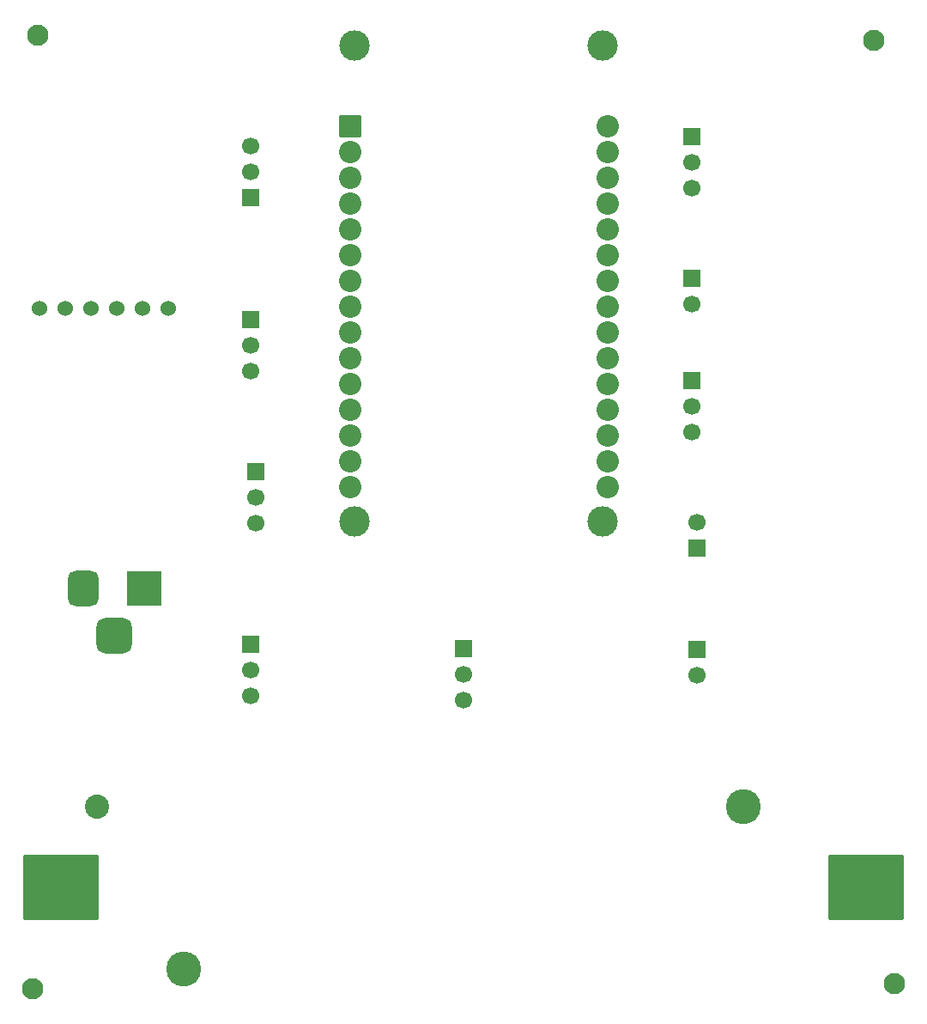
<source format=gbr>
%TF.GenerationSoftware,KiCad,Pcbnew,9.0.6*%
%TF.CreationDate,2025-12-01T09:05:12-05:00*%
%TF.ProjectId,Invernadero Automatizado,496e7665-726e-4616-9465-726f20417574,rev?*%
%TF.SameCoordinates,Original*%
%TF.FileFunction,Soldermask,Top*%
%TF.FilePolarity,Negative*%
%FSLAX46Y46*%
G04 Gerber Fmt 4.6, Leading zero omitted, Abs format (unit mm)*
G04 Created by KiCad (PCBNEW 9.0.6) date 2025-12-01 09:05:12*
%MOMM*%
%LPD*%
G01*
G04 APERTURE LIST*
G04 Aperture macros list*
%AMRoundRect*
0 Rectangle with rounded corners*
0 $1 Rounding radius*
0 $2 $3 $4 $5 $6 $7 $8 $9 X,Y pos of 4 corners*
0 Add a 4 corners polygon primitive as box body*
4,1,4,$2,$3,$4,$5,$6,$7,$8,$9,$2,$3,0*
0 Add four circle primitives for the rounded corners*
1,1,$1+$1,$2,$3*
1,1,$1+$1,$4,$5*
1,1,$1+$1,$6,$7*
1,1,$1+$1,$8,$9*
0 Add four rect primitives between the rounded corners*
20,1,$1+$1,$2,$3,$4,$5,0*
20,1,$1+$1,$4,$5,$6,$7,0*
20,1,$1+$1,$6,$7,$8,$9,0*
20,1,$1+$1,$8,$9,$2,$3,0*%
G04 Aperture macros list end*
%ADD10R,1.700000X1.700000*%
%ADD11C,1.700000*%
%ADD12C,2.390000*%
%ADD13C,3.450000*%
%ADD14RoundRect,0.250003X-3.499997X-2.999997X3.499997X-2.999997X3.499997X2.999997X-3.499997X2.999997X0*%
%ADD15R,3.500000X3.500000*%
%ADD16RoundRect,0.750000X-0.750000X-1.000000X0.750000X-1.000000X0.750000X1.000000X-0.750000X1.000000X0*%
%ADD17RoundRect,0.875000X-0.875000X-0.875000X0.875000X-0.875000X0.875000X0.875000X-0.875000X0.875000X0*%
%ADD18C,2.100000*%
%ADD19C,1.524000*%
%ADD20C,3.000000*%
%ADD21RoundRect,0.102000X-1.000000X-1.000000X1.000000X-1.000000X1.000000X1.000000X-1.000000X1.000000X0*%
%ADD22C,2.204000*%
G04 APERTURE END LIST*
D10*
%TO.C,J8*%
X146000000Y-77500000D03*
D11*
X146000000Y-80040000D03*
%TD*%
D10*
%TO.C,J6*%
X102500000Y-81500000D03*
D11*
X102500000Y-84040000D03*
X102500000Y-86580000D03*
%TD*%
D10*
%TO.C,J9*%
X146500000Y-104040000D03*
D11*
X146500000Y-101500000D03*
%TD*%
D10*
%TO.C,J4*%
X102500000Y-113500000D03*
D11*
X102500000Y-116040000D03*
X102500000Y-118580000D03*
%TD*%
D12*
%TO.C,BT1*%
X87370000Y-129500000D03*
D13*
X95880000Y-145500000D03*
X151120000Y-129500000D03*
D14*
X83810000Y-137500000D03*
X163190000Y-137500000D03*
%TD*%
D10*
%TO.C,J12*%
X123525000Y-113975000D03*
D11*
X123525000Y-116515000D03*
X123525000Y-119055000D03*
%TD*%
D15*
%TO.C,J7*%
X92000000Y-108000000D03*
D16*
X86000000Y-108000000D03*
D17*
X89000000Y-112700000D03*
%TD*%
D10*
%TO.C,J10*%
X146500000Y-114000000D03*
D11*
X146500000Y-116540000D03*
%TD*%
D18*
%TO.C,REF\u002A\u002A*%
X81500000Y-53500000D03*
%TD*%
D10*
%TO.C,J1*%
X146000000Y-63500000D03*
D11*
X146000000Y-66040000D03*
X146000000Y-68580000D03*
%TD*%
D19*
%TO.C,U1*%
X81650000Y-80430000D03*
X84190000Y-80430000D03*
X86730000Y-80430000D03*
X89270000Y-80430000D03*
X91810000Y-80430000D03*
X94350000Y-80430000D03*
%TD*%
D10*
%TO.C,J3*%
X103000000Y-96500000D03*
D11*
X103000000Y-99040000D03*
X103000000Y-101580000D03*
%TD*%
D10*
%TO.C,J2*%
X146000000Y-87500000D03*
D11*
X146000000Y-90040000D03*
X146000000Y-92580000D03*
%TD*%
D18*
%TO.C,REF\u002A\u002A*%
X164000000Y-54000000D03*
%TD*%
D10*
%TO.C,J5*%
X102500000Y-69500000D03*
D11*
X102500000Y-66960000D03*
X102500000Y-64420000D03*
%TD*%
D18*
%TO.C,REF\u002A\u002A*%
X81000000Y-147500000D03*
%TD*%
%TO.C,REF\u002A\u002A*%
X166000000Y-147000000D03*
%TD*%
D20*
%TO.C,U2*%
X112720000Y-54500000D03*
X112720000Y-101450000D03*
X137230000Y-54500000D03*
X137230000Y-101450000D03*
D21*
X112300000Y-62460000D03*
D22*
X112300000Y-65000000D03*
X112300000Y-67540000D03*
X112300000Y-70080000D03*
X112300000Y-72620000D03*
X112300000Y-75160000D03*
X112300000Y-77700000D03*
X112300000Y-80240000D03*
X112300000Y-82780000D03*
X112300000Y-85320000D03*
X112300000Y-87860000D03*
X112300000Y-90400000D03*
X112300000Y-92940000D03*
X112300000Y-95480000D03*
X112300000Y-98020000D03*
X137700000Y-98020000D03*
X137700000Y-95480000D03*
X137700000Y-92940000D03*
X137700000Y-90400000D03*
X137700000Y-87860000D03*
X137700000Y-85320000D03*
X137700000Y-82780000D03*
X137700000Y-80240000D03*
X137700000Y-77700000D03*
X137700000Y-75160000D03*
X137700000Y-72620000D03*
X137700000Y-70080000D03*
X137700000Y-67540000D03*
X137700000Y-65000000D03*
X137700000Y-62460000D03*
%TD*%
M02*

</source>
